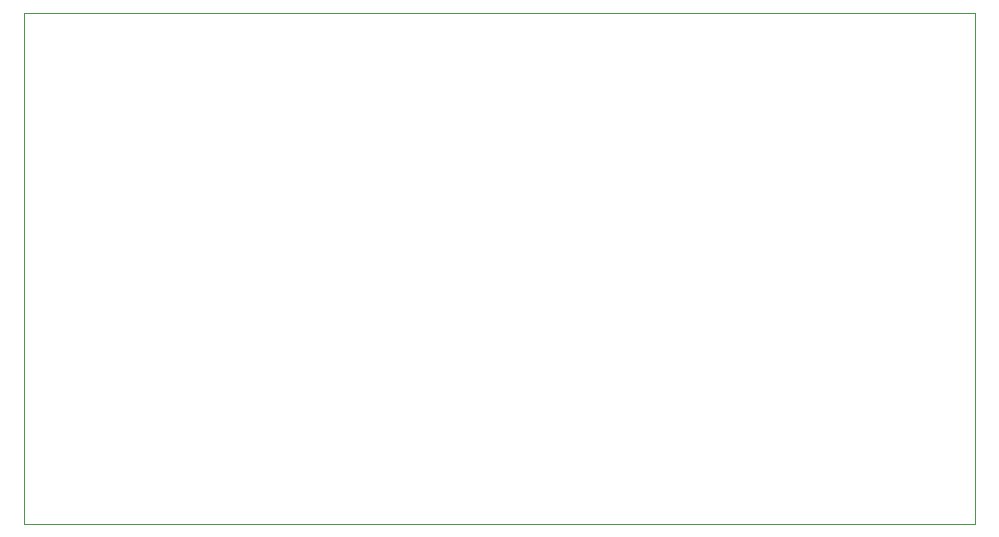
<source format=gbr>
%TF.GenerationSoftware,KiCad,Pcbnew,8.0.3*%
%TF.CreationDate,2024-08-08T00:21:51-04:00*%
%TF.ProjectId,sheepycam,73686565-7079-4636-916d-2e6b69636164,rev?*%
%TF.SameCoordinates,Original*%
%TF.FileFunction,Profile,NP*%
%FSLAX46Y46*%
G04 Gerber Fmt 4.6, Leading zero omitted, Abs format (unit mm)*
G04 Created by KiCad (PCBNEW 8.0.3) date 2024-08-08 00:21:51*
%MOMM*%
%LPD*%
G01*
G04 APERTURE LIST*
%TA.AperFunction,Profile*%
%ADD10C,0.050000*%
%TD*%
G04 APERTURE END LIST*
D10*
X118000000Y-48750000D02*
X198500000Y-48750000D01*
X198500000Y-92000000D01*
X118000000Y-92000000D01*
X118000000Y-48750000D01*
M02*

</source>
